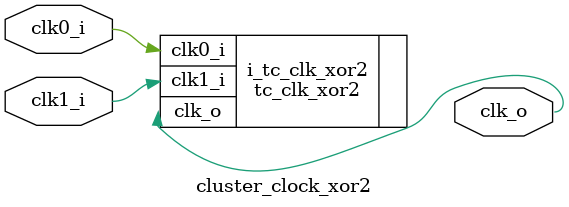
<source format=v>
module cluster_clock_and2 (
	clk0_i,
	clk1_i,
	clk_o
);
	// Trace: vendor/pulp-platform/tech_cells_generic/src/deprecated/cluster_clk_cells.sv:12:3
	input wire clk0_i;
	// Trace: vendor/pulp-platform/tech_cells_generic/src/deprecated/cluster_clk_cells.sv:13:3
	input wire clk1_i;
	// Trace: vendor/pulp-platform/tech_cells_generic/src/deprecated/cluster_clk_cells.sv:14:3
	output wire clk_o;
	// Trace: vendor/pulp-platform/tech_cells_generic/src/deprecated/cluster_clk_cells.sv:17:3
	tc_clk_and2 i_tc_clk_and2(
		.clk0_i(clk0_i),
		.clk1_i(clk1_i),
		.clk_o(clk_o)
	);
endmodule
module cluster_clock_buffer (
	clk_i,
	clk_o
);
	// Trace: vendor/pulp-platform/tech_cells_generic/src/deprecated/cluster_clk_cells.sv:26:3
	input wire clk_i;
	// Trace: vendor/pulp-platform/tech_cells_generic/src/deprecated/cluster_clk_cells.sv:27:3
	output wire clk_o;
	// Trace: vendor/pulp-platform/tech_cells_generic/src/deprecated/cluster_clk_cells.sv:30:3
	tc_clk_buffer i_tc_clk_buffer(
		.clk_i(clk_i),
		.clk_o(clk_o)
	);
endmodule
module cluster_clock_gating (
	clk_i,
	en_i,
	test_en_i,
	clk_o
);
	// Trace: vendor/pulp-platform/tech_cells_generic/src/deprecated/cluster_clk_cells.sv:39:4
	input wire clk_i;
	// Trace: vendor/pulp-platform/tech_cells_generic/src/deprecated/cluster_clk_cells.sv:40:4
	input wire en_i;
	// Trace: vendor/pulp-platform/tech_cells_generic/src/deprecated/cluster_clk_cells.sv:41:4
	input wire test_en_i;
	// Trace: vendor/pulp-platform/tech_cells_generic/src/deprecated/cluster_clk_cells.sv:42:4
	output wire clk_o;
	// Trace: vendor/pulp-platform/tech_cells_generic/src/deprecated/cluster_clk_cells.sv:45:3
	tc_clk_gating i_tc_clk_gating(
		.clk_i(clk_i),
		.en_i(en_i),
		.test_en_i(test_en_i),
		.clk_o(clk_o)
	);
endmodule
module cluster_clock_inverter (
	clk_i,
	clk_o
);
	// Trace: vendor/pulp-platform/tech_cells_generic/src/deprecated/cluster_clk_cells.sv:55:3
	input wire clk_i;
	// Trace: vendor/pulp-platform/tech_cells_generic/src/deprecated/cluster_clk_cells.sv:56:3
	output wire clk_o;
	// Trace: vendor/pulp-platform/tech_cells_generic/src/deprecated/cluster_clk_cells.sv:59:3
	tc_clk_inverter i_tc_clk_inverter(
		.clk_i(clk_i),
		.clk_o(clk_o)
	);
endmodule
module cluster_clock_mux2 (
	clk0_i,
	clk1_i,
	clk_sel_i,
	clk_o
);
	// Trace: vendor/pulp-platform/tech_cells_generic/src/deprecated/cluster_clk_cells.sv:67:3
	input wire clk0_i;
	// Trace: vendor/pulp-platform/tech_cells_generic/src/deprecated/cluster_clk_cells.sv:68:3
	input wire clk1_i;
	// Trace: vendor/pulp-platform/tech_cells_generic/src/deprecated/cluster_clk_cells.sv:69:3
	input wire clk_sel_i;
	// Trace: vendor/pulp-platform/tech_cells_generic/src/deprecated/cluster_clk_cells.sv:70:3
	output wire clk_o;
	// Trace: vendor/pulp-platform/tech_cells_generic/src/deprecated/cluster_clk_cells.sv:73:3
	tc_clk_mux2 i_tc_clk_mux2(
		.clk0_i(clk0_i),
		.clk1_i(clk1_i),
		.clk_sel_i(clk_sel_i),
		.clk_o(clk_o)
	);
endmodule
module cluster_clock_xor2 (
	clk0_i,
	clk1_i,
	clk_o
);
	// Trace: vendor/pulp-platform/tech_cells_generic/src/deprecated/cluster_clk_cells.sv:83:3
	input wire clk0_i;
	// Trace: vendor/pulp-platform/tech_cells_generic/src/deprecated/cluster_clk_cells.sv:84:3
	input wire clk1_i;
	// Trace: vendor/pulp-platform/tech_cells_generic/src/deprecated/cluster_clk_cells.sv:85:3
	output wire clk_o;
	// Trace: vendor/pulp-platform/tech_cells_generic/src/deprecated/cluster_clk_cells.sv:88:3
	tc_clk_xor2 i_tc_clk_xor2(
		.clk0_i(clk0_i),
		.clk1_i(clk1_i),
		.clk_o(clk_o)
	);
endmodule

</source>
